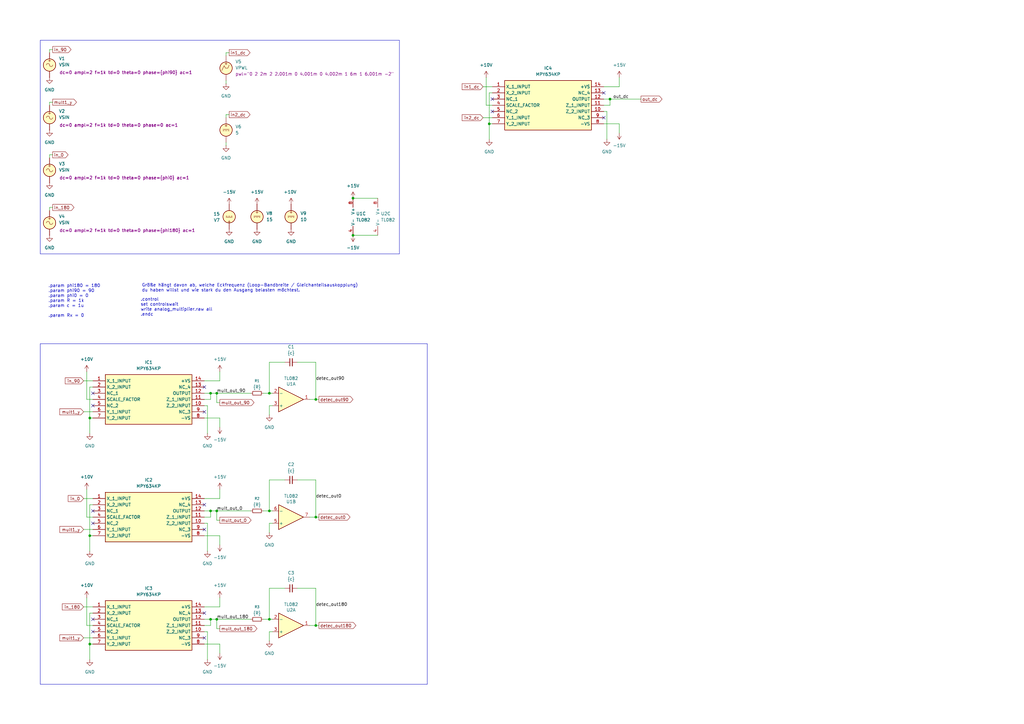
<source format=kicad_sch>
(kicad_sch (version 20250114) (generator "eeschema") (generator_version "9.0")
  (paper "A3")
  (lib_symbols
    (symbol "Amplifier_Operational:TL082" (pin_names (offset 0.127))
      (property "Reference" "U" (at 0 5.08 0))
      (property "Value" "TL082" (at 0 -5.08 0))
      (symbol "TL082_1_1"
        (polyline (pts (xy -5.08 5.08) (xy 5.08 0) (xy -5.08 -5.08) (xy -5.08 5.08)) (stroke (width 0.254)) (fill (type background)))
        (pin input line (at -7.62 2.54 0) (length 2.54) (name "+") (number "3"))
        (pin input line (at -7.62 -2.54 0) (length 2.54) (name "-") (number "2"))
        (pin output line (at 7.62 0 180) (length 2.54) (name "~") (number "1"))
      )
      (symbol "TL082_2_1"
        (polyline (pts (xy -5.08 5.08) (xy 5.08 0) (xy -5.08 -5.08) (xy -5.08 5.08)) (stroke (width 0.254)) (fill (type background)))
        (pin input line (at -7.62 2.54 0) (length 2.54) (name "+") (number "5"))
        (pin input line (at -7.62 -2.54 0) (length 2.54) (name "-") (number "6"))
        (pin output line (at 7.62 0 180) (length 2.54) (name "~") (number "7"))
      )
      (symbol "TL082_3_1"
        (pin power_in line (at -2.54 7.62 270) (length 3.81) (name "V+") (number "8"))
        (pin power_in line (at -2.54 -7.62 90) (length 3.81) (name "V-") (number "4"))
      )
    )
    (symbol "BA_Footprints:MPY634KP"
      (property "Reference" "IC" (at 41.91 7.62 0))
      (property "Value" "MPY634KP" (at 41.91 5.08 0))
      (symbol "MPY634KP_1_1"
        (rectangle (start 5.08 2.54) (end 40.64 -17.78) (stroke (width 0.254)) (fill (type background)))
        (pin passive line (at 0 0 0) (length 5.08) (name "X_1_INPUT") (number "1"))
        (pin passive line (at 0 -2.54 0) (length 5.08) (name "X_2_INPUT") (number "2"))
        (pin passive line (at 0 -5.08 0) (length 5.08) (name "NC_1") (number "3"))
        (pin passive line (at 0 -7.62 0) (length 5.08) (name "SCALE_FACTOR") (number "4"))
        (pin passive line (at 0 -10.16 0) (length 5.08) (name "NC_2") (number "5"))
        (pin passive line (at 0 -12.7 0) (length 5.08) (name "Y_1_INPUT") (number "6"))
        (pin passive line (at 0 -15.24 0) (length 5.08) (name "Y_2_INPUT") (number "7"))
        (pin passive line (at 45.72 0 180) (length 5.08) (name "+VS") (number "14"))
        (pin passive line (at 45.72 -2.54 180) (length 5.08) (name "NC_4") (number "13"))
        (pin passive line (at 45.72 -5.08 180) (length 5.08) (name "OUTPUT") (number "12"))
        (pin passive line (at 45.72 -7.62 180) (length 5.08) (name "Z_1_INPUT") (number "11"))
        (pin passive line (at 45.72 -10.16 180) (length 5.08) (name "Z_2_INPUT") (number "10"))
        (pin passive line (at 45.72 -12.7 180) (length 5.08) (name "NC_3") (number "9"))
        (pin passive line (at 45.72 -15.24 180) (length 5.08) (name "-VS") (number "8"))
      )
    )
    (symbol "Device:C_Small" (pin_numbers (hide yes)) (pin_names (offset 0.254) (hide yes))
      (property "Reference" "C" (at 0.254 1.778 0))
      (property "Value" "C_Small" (at 0.254 -2.032 0))
      (symbol "C_Small_0_1"
        (polyline (pts (xy -1.524 0.508) (xy 1.524 0.508)) (stroke (width 0.3048)))
        (polyline (pts (xy -1.524 -0.508) (xy 1.524 -0.508)) (stroke (width 0.3302)))
      )
      (symbol "C_Small_1_1"
        (pin passive line (at 0 2.54 270) (length 2.032) (name "~") (number "1"))
        (pin passive line (at 0 -2.54 90) (length 2.032) (name "~") (number "2"))
      )
    )
    (symbol "Device:R_Small" (pin_numbers (hide yes)) (pin_names (offset 0.254) (hide yes))
      (property "Reference" "R" (at 0 0 90))
      (property "Value" "R_Small" (at 1.778 0 90))
      (symbol "R_Small_0_1"
        (rectangle (start -0.762 1.778) (end 0.762 -1.778) (stroke (width 0.2032)))
      )
      (symbol "R_Small_1_1"
        (pin passive line (at 0 2.54 270) (length 0.762) (name "~") (number "1"))
        (pin passive line (at 0 -2.54 90) (length 0.762) (name "~") (number "2"))
      )
    )
    (symbol "Simulation_SPICE:VDC" (pin_numbers (hide yes)) (pin_names (offset 0.0254))
      (property "Reference" "V" (at 2.54 2.54 0))
      (property "Value" "1" (at 2.54 0 0))
      (symbol "VDC_0_0"
        (polyline (pts (xy -1.27 0.254) (xy 1.27 0.254)))
        (polyline (pts (xy -0.762 -0.254) (xy -1.27 -0.254)))
        (polyline (pts (xy 0.254 -0.254) (xy -0.254 -0.254)))
        (polyline (pts (xy 1.27 -0.254) (xy 0.762 -0.254)))
        (text "+" (at 0 1.905 0) (effects (font (size 1.27 1.27))))
      )
      (symbol "VDC_0_1"
        (circle (center 0 0) (radius 2.54) (stroke (width 0.254)) (fill (type background)))
      )
      (symbol "VDC_1_1"
        (pin passive line (at 0 5.08 270) (length 2.54) (name "~") (number "1"))
        (pin passive line (at 0 -5.08 90) (length 2.54) (name "~") (number "2"))
      )
    )
    (symbol "Simulation_SPICE:VPWL" (pin_numbers (hide yes)) (pin_names (offset 0.0254))
      (property "Reference" "V" (at 2.54 2.54 0))
      (property "Value" "VPWL" (at 2.54 0 0))
      (property "Sim.Params" "pwl=\"0 -1 50n -1 51n 0 97n 1 171n -1 200n -1\"" (at 2.54 -2.54 0))
      (symbol "VPWL_0_0"
        (polyline (pts (xy -1.778 -1.016) (xy -0.762 1.016) (xy -0.254 0) (xy 0.762 0) (xy 1.27 1.27)))
        (text "+" (at 0 1.905 0) (effects (font (size 1.27 1.27))))
      )
      (symbol "VPWL_0_1"
        (circle (center 0 0) (radius 2.54) (stroke (width 0.254)) (fill (type background)))
      )
      (symbol "VPWL_1_1"
        (pin passive line (at 0 5.08 270) (length 2.54) (name "~") (number "1"))
        (pin passive line (at 0 -5.08 90) (length 2.54) (name "~") (number "2"))
      )
    )
    (symbol "Simulation_SPICE:VSIN" (pin_numbers (hide yes)) (pin_names (offset 0.0254))
      (property "Reference" "V" (at 2.54 2.54 0))
      (property "Value" "VSIN" (at 2.54 0 0))
      (property "Sim.Params" "dc=0 ampl=1 f=1k ac=1" (at 2.54 -2.54 0))
      (symbol "VSIN_0_0"
        (arc (start -1.27 0) (mid -0.635 0.6323) (end 0 0))
        (arc (start 1.27 0) (mid 0.635 -0.6323) (end 0 0))
        (text "+" (at 0 1.905 0) (effects (font (size 1.27 1.27))))
      )
      (symbol "VSIN_0_1"
        (circle (center 0 0) (radius 2.54) (stroke (width 0.254)) (fill (type background)))
      )
      (symbol "VSIN_1_1"
        (pin passive line (at 0 5.08 270) (length 2.54) (name "~") (number "1"))
        (pin passive line (at 0 -5.08 90) (length 2.54) (name "~") (number "2"))
      )
    )
    (symbol "power:+15V" (power) (pin_numbers (hide yes)) (pin_names (offset 0) (hide yes))
      (property "Value" "+15V" (at 0 3.556 0))
      (symbol "+15V_0_1"
        (polyline (pts (xy -0.762 1.27) (xy 0 2.54)))
        (polyline (pts (xy 0 2.54) (xy 0.762 1.27)))
        (polyline (pts (xy 0 0) (xy 0 2.54)))
      )
      (symbol "+15V_1_1"
        (pin power_in line (at 0 0 90) (length 0) (name "~") (number "1"))
      )
    )
    (symbol "power:GND" (power) (pin_numbers (hide yes)) (pin_names (offset 0) (hide yes))
      (property "Value" "GND" (at 0 -3.81 0))
      (symbol "GND_0_1"
        (polyline (pts (xy 0 0) (xy 0 -1.27) (xy 1.27 -1.27) (xy 0 -2.54) (xy -1.27 -1.27) (xy 0 -1.27)))
      )
      (symbol "GND_1_1"
        (pin power_in line (at 0 0 270) (length 0) (name "~") (number "1"))
      )
    )
  )
  (rectangle (start 16.51 140.97) (end 175.26 280.67))
  (rectangle (start 16.51 16.51) (end 163.83 104.14))
  (text ".param phi180 = 180\n.param phi90 = 90\n.param phi0 = 0\n.param R = 1k\n.param c = 1u" (at 19.812 121.412 0) (effects (font (size 1.27 1.27)) (justify left)))
  (text ".param Rx = 0\n\n\n" (at 19.812 131.572 0) (effects (font (size 1.27 1.27)) (justify left)))
  (text ".control\nset controlswait\nwrite analog_multiplier.raw all\n.endc" (at 57.658 125.984 0) (effects (font (size 1.27 1.27)) (justify left)))
  (text "Größe hängt davon ab, welche Eckfrequenz (Loop-Bandbreite / Gleichanteils­auskopplung) \ndu haben willst und wie stark du den Ausgang belasten möchtest." (exclude_from_sim yes) (at 58.166 118.11 0) (effects (font (size 1.27 1.27)) (justify left)))
  (junction (at 36.83 171.45))
  (junction (at 88.9 161.29))
  (junction (at 86.36 254))
  (junction (at 144.78 81.28))
  (junction (at 129.54 256.54))
  (junction (at 200.66 50.8))
  (junction (at 144.78 96.52))
  (junction (at 88.9 254))
  (junction (at 129.54 212.09))
  (junction (at 110.49 209.55))
  (junction (at 88.9 209.55))
  (junction (at 36.83 219.71))
  (junction (at 110.49 161.29))
  (junction (at 110.49 254))
  (junction (at 250.19 40.64))
  (junction (at 86.36 209.55))
  (junction (at 36.83 264.16))
  (junction (at 86.36 161.29))
  (junction (at 129.54 163.83))
  (no_connect (at 38.1 259.08))
  (no_connect (at 38.1 254))
  (no_connect (at 83.82 168.91))
  (no_connect (at 247.65 48.26))
  (no_connect (at 83.82 158.75))
  (no_connect (at 38.1 161.29))
  (no_connect (at 201.93 40.64))
  (no_connect (at 38.1 166.37))
  (no_connect (at 247.65 38.1))
  (no_connect (at 38.1 209.55))
  (no_connect (at 83.82 217.17))
  (no_connect (at 38.1 214.63))
  (no_connect (at 83.82 251.46))
  (no_connect (at 83.82 261.62))
  (no_connect (at 83.82 207.01))
  (no_connect (at 201.93 45.72))
  (wire (pts (xy 129.54 241.3) (xy 129.54 256.54)))
  (wire (pts (xy 83.82 214.63) (xy 85.09 214.63)))
  (wire (pts (xy 38.1 158.75) (xy 36.83 158.75)))
  (wire (pts (xy 110.49 166.37) (xy 110.49 170.18)))
  (wire (pts (xy 111.76 166.37) (xy 110.49 166.37)))
  (wire (pts (xy 250.19 40.64) (xy 262.89 40.64)))
  (wire (pts (xy 83.82 163.83) (xy 86.36 163.83)))
  (wire (pts (xy 85.09 259.08) (xy 85.09 270.51)))
  (wire (pts (xy 199.39 31.75) (xy 199.39 43.18)))
  (wire (pts (xy 129.54 256.54) (xy 127 256.54)))
  (wire (pts (xy 21.59 20.32) (xy 20.32 20.32)))
  (wire (pts (xy 200.66 50.8) (xy 201.93 50.8)))
  (wire (pts (xy 110.49 148.59) (xy 110.49 161.29)))
  (wire (pts (xy 83.82 259.08) (xy 85.09 259.08)))
  (wire (pts (xy 34.29 248.92) (xy 38.1 248.92)))
  (wire (pts (xy 21.59 41.91) (xy 20.32 41.91)))
  (wire (pts (xy 90.17 223.52) (xy 90.17 219.71)))
  (wire (pts (xy 88.9 254) (xy 102.87 254)))
  (wire (pts (xy 116.84 241.3) (xy 110.49 241.3)))
  (wire (pts (xy 92.71 34.29) (xy 92.71 33.02)))
  (wire (pts (xy 247.65 45.72) (xy 248.92 45.72)))
  (wire (pts (xy 90.17 257.81) (xy 88.9 257.81)))
  (wire (pts (xy 129.54 148.59) (xy 129.54 163.83)))
  (wire (pts (xy 88.9 161.29) (xy 102.87 161.29)))
  (wire (pts (xy 34.29 204.47) (xy 38.1 204.47)))
  (wire (pts (xy 83.82 161.29) (xy 86.36 161.29)))
  (wire (pts (xy 90.17 245.11) (xy 90.17 248.92)))
  (wire (pts (xy 121.92 148.59) (xy 129.54 148.59)))
  (wire (pts (xy 90.17 165.1) (xy 88.9 165.1)))
  (wire (pts (xy 88.9 165.1) (xy 88.9 161.29)))
  (wire (pts (xy 129.54 212.09) (xy 130.81 212.09)))
  (wire (pts (xy 90.17 175.26) (xy 90.17 171.45)))
  (wire (pts (xy 248.92 45.72) (xy 248.92 57.15)))
  (wire (pts (xy 90.17 156.21) (xy 83.82 156.21)))
  (wire (pts (xy 200.66 50.8) (xy 200.66 57.15)))
  (wire (pts (xy 34.29 168.91) (xy 38.1 168.91)))
  (wire (pts (xy 88.9 257.81) (xy 88.9 254)))
  (wire (pts (xy 129.54 163.83) (xy 130.81 163.83)))
  (wire (pts (xy 83.82 256.54) (xy 86.36 256.54)))
  (wire (pts (xy 129.54 196.85) (xy 129.54 212.09)))
  (wire (pts (xy 90.17 267.97) (xy 90.17 264.16)))
  (wire (pts (xy 83.82 166.37) (xy 85.09 166.37)))
  (wire (pts (xy 107.95 161.29) (xy 110.49 161.29)))
  (wire (pts (xy 199.39 43.18) (xy 201.93 43.18)))
  (wire (pts (xy 85.09 214.63) (xy 85.09 226.06)))
  (wire (pts (xy 85.09 166.37) (xy 85.09 177.8)))
  (wire (pts (xy 110.49 214.63) (xy 110.49 218.44)))
  (wire (pts (xy 121.92 241.3) (xy 129.54 241.3)))
  (wire (pts (xy 86.36 256.54) (xy 86.36 254)))
  (wire (pts (xy 88.9 209.55) (xy 102.87 209.55)))
  (wire (pts (xy 35.56 163.83) (xy 38.1 163.83)))
  (wire (pts (xy 35.56 256.54) (xy 38.1 256.54)))
  (wire (pts (xy 36.83 264.16) (xy 38.1 264.16)))
  (wire (pts (xy 110.49 209.55) (xy 111.76 209.55)))
  (wire (pts (xy 111.76 259.08) (xy 110.49 259.08)))
  (wire (pts (xy 254 50.8) (xy 247.65 50.8)))
  (wire (pts (xy 110.49 196.85) (xy 110.49 209.55)))
  (wire (pts (xy 110.49 241.3) (xy 110.49 254)))
  (wire (pts (xy 20.32 63.5) (xy 20.32 64.77)))
  (wire (pts (xy 107.95 209.55) (xy 110.49 209.55)))
  (wire (pts (xy 116.84 196.85) (xy 110.49 196.85)))
  (wire (pts (xy 20.32 41.91) (xy 20.32 43.18)))
  (wire (pts (xy 247.65 40.64) (xy 250.19 40.64)))
  (wire (pts (xy 34.29 217.17) (xy 38.1 217.17)))
  (wire (pts (xy 90.17 219.71) (xy 83.82 219.71)))
  (wire (pts (xy 110.49 259.08) (xy 110.49 262.89)))
  (wire (pts (xy 35.56 212.09) (xy 38.1 212.09)))
  (wire (pts (xy 129.54 256.54) (xy 130.81 256.54)))
  (wire (pts (xy 86.36 209.55) (xy 88.9 209.55)))
  (wire (pts (xy 129.54 163.83) (xy 127 163.83)))
  (wire (pts (xy 83.82 254) (xy 86.36 254)))
  (wire (pts (xy 36.83 264.16) (xy 36.83 270.51)))
  (wire (pts (xy 35.56 200.66) (xy 35.56 212.09)))
  (wire (pts (xy 92.71 21.59) (xy 92.71 22.86)))
  (wire (pts (xy 92.71 46.99) (xy 92.71 48.26)))
  (wire (pts (xy 86.36 163.83) (xy 86.36 161.29)))
  (wire (pts (xy 200.66 38.1) (xy 200.66 50.8)))
  (wire (pts (xy 121.92 196.85) (xy 129.54 196.85)))
  (wire (pts (xy 21.59 85.09) (xy 20.32 85.09)))
  (wire (pts (xy 129.54 212.09) (xy 127 212.09)))
  (wire (pts (xy 250.19 43.18) (xy 250.19 40.64)))
  (wire (pts (xy 83.82 212.09) (xy 86.36 212.09)))
  (wire (pts (xy 254 31.75) (xy 254 35.56)))
  (wire (pts (xy 21.59 63.5) (xy 20.32 63.5)))
  (wire (pts (xy 20.32 85.09) (xy 20.32 86.36)))
  (wire (pts (xy 90.17 264.16) (xy 83.82 264.16)))
  (wire (pts (xy 38.1 207.01) (xy 36.83 207.01)))
  (wire (pts (xy 247.65 43.18) (xy 250.19 43.18)))
  (wire (pts (xy 36.83 158.75) (xy 36.83 171.45)))
  (wire (pts (xy 86.36 212.09) (xy 86.36 209.55)))
  (wire (pts (xy 35.56 152.4) (xy 35.56 163.83)))
  (wire (pts (xy 90.17 204.47) (xy 83.82 204.47)))
  (wire (pts (xy 90.17 213.36) (xy 88.9 213.36)))
  (wire (pts (xy 110.49 161.29) (xy 111.76 161.29)))
  (wire (pts (xy 88.9 213.36) (xy 88.9 209.55)))
  (wire (pts (xy 93.98 46.99) (xy 92.71 46.99)))
  (wire (pts (xy 90.17 152.4) (xy 90.17 156.21)))
  (wire (pts (xy 36.83 171.45) (xy 38.1 171.45)))
  (wire (pts (xy 83.82 209.55) (xy 86.36 209.55)))
  (wire (pts (xy 198.12 48.26) (xy 201.93 48.26)))
  (wire (pts (xy 107.95 254) (xy 110.49 254)))
  (wire (pts (xy 90.17 248.92) (xy 83.82 248.92)))
  (wire (pts (xy 92.71 59.69) (xy 92.71 58.42)))
  (wire (pts (xy 116.84 148.59) (xy 110.49 148.59)))
  (wire (pts (xy 144.78 81.28) (xy 154.94 81.28)))
  (wire (pts (xy 110.49 254) (xy 111.76 254)))
  (wire (pts (xy 90.17 171.45) (xy 83.82 171.45)))
  (wire (pts (xy 36.83 219.71) (xy 38.1 219.71)))
  (wire (pts (xy 34.29 261.62) (xy 38.1 261.62)))
  (wire (pts (xy 93.98 21.59) (xy 92.71 21.59)))
  (wire (pts (xy 201.93 38.1) (xy 200.66 38.1)))
  (wire (pts (xy 254 35.56) (xy 247.65 35.56)))
  (wire (pts (xy 254 54.61) (xy 254 50.8)))
  (wire (pts (xy 111.76 214.63) (xy 110.49 214.63)))
  (wire (pts (xy 198.12 35.56) (xy 201.93 35.56)))
  (wire (pts (xy 86.36 161.29) (xy 88.9 161.29)))
  (wire (pts (xy 34.29 156.21) (xy 38.1 156.21)))
  (wire (pts (xy 35.56 245.11) (xy 35.56 256.54)))
  (wire (pts (xy 86.36 254) (xy 88.9 254)))
  (wire (pts (xy 90.17 200.66) (xy 90.17 204.47)))
  (wire (pts (xy 36.83 207.01) (xy 36.83 219.71)))
  (wire (pts (xy 36.83 219.71) (xy 36.83 226.06)))
  (wire (pts (xy 38.1 251.46) (xy 36.83 251.46)))
  (wire (pts (xy 36.83 171.45) (xy 36.83 177.8)))
  (wire (pts (xy 36.83 251.46) (xy 36.83 264.16)))
  (wire (pts (xy 144.78 96.52) (xy 154.94 96.52)))
  (wire (pts (xy 20.32 20.32) (xy 20.32 21.59)))
  (label "detec_out180" (at 129.54 248.92 0))
  (label "detec_out0" (at 129.54 204.47 0))
  (label "detec_out90" (at 129.54 156.21 0))
  (label "mult_out_90" (at 88.9 161.29 0))
  (label "mult_out_0" (at 88.9 209.55 0))
  (label "mult_out_180" (at 88.9 254 0))
  (label "out_dc" (at 251.46 40.64 0))
  (global_label "in_180" (shape output) (at 21.59 85.09 0) (property "Intersheetrefs" "${INTERSHEET_REFS}" (effects (hide yes))))
  (global_label "in_90" (shape input) (at 34.29 156.21 180) (property "Intersheetrefs" "${INTERSHEET_REFS}" (effects (hide yes))))
  (global_label "in_180" (shape input) (at 34.29 248.92 180) (property "Intersheetrefs" "${INTERSHEET_REFS}" (effects (hide yes))))
  (global_label "in_90" (shape output) (at 21.59 20.32 0) (property "Intersheetrefs" "${INTERSHEET_REFS}" (effects (hide yes))))
  (global_label "detec_out90" (shape output) (at 130.81 163.83 0) (property "Intersheetrefs" "${INTERSHEET_REFS}" (effects (hide yes))))
  (global_label "mult_out_180" (shape output) (at 90.17 257.81 0) (property "Intersheetrefs" "${INTERSHEET_REFS}" (effects (hide yes))))
  (global_label "mult_out_90" (shape output) (at 90.17 165.1 0) (property "Intersheetrefs" "${INTERSHEET_REFS}" (effects (hide yes))))
  (global_label "in_0" (shape output) (at 21.59 63.5 0) (property "Intersheetrefs" "${INTERSHEET_REFS}" (effects (hide yes))))
  (global_label "in1_dc" (shape input) (at 198.12 35.56 180) (property "Intersheetrefs" "${INTERSHEET_REFS}" (effects (hide yes))))
  (global_label "detec_out180" (shape output) (at 130.81 256.54 0) (property "Intersheetrefs" "${INTERSHEET_REFS}" (effects (hide yes))))
  (global_label "in2_dc" (shape output) (at 93.98 46.99 0) (property "Intersheetrefs" "${INTERSHEET_REFS}" (effects (hide yes))))
  (global_label "mult1_y" (shape input) (at 34.29 217.17 180) (property "Intersheetrefs" "${INTERSHEET_REFS}" (effects (hide yes))))
  (global_label "in1_dc" (shape output) (at 93.98 21.59 0) (property "Intersheetrefs" "${INTERSHEET_REFS}" (effects (hide yes))))
  (global_label "mult1_y" (shape input) (at 34.29 168.91 180) (property "Intersheetrefs" "${INTERSHEET_REFS}" (effects (hide yes))))
  (global_label "mult1_y" (shape input) (at 34.29 261.62 180) (property "Intersheetrefs" "${INTERSHEET_REFS}" (effects (hide yes))))
  (global_label "mult1_y" (shape output) (at 21.59 41.91 0) (property "Intersheetrefs" "${INTERSHEET_REFS}" (effects (hide yes))))
  (global_label "out_dc" (shape output) (at 262.89 40.64 0) (property "Intersheetrefs" "${INTERSHEET_REFS}" (effects (hide yes))))
  (global_label "detec_out0" (shape output) (at 130.81 212.09 0) (property "Intersheetrefs" "${INTERSHEET_REFS}" (effects (hide yes))))
  (global_label "mult_out_0" (shape output) (at 90.17 213.36 0) (property "Intersheetrefs" "${INTERSHEET_REFS}" (effects (hide yes))))
  (global_label "in_0" (shape input) (at 34.29 204.47 180) (property "Intersheetrefs" "${INTERSHEET_REFS}" (effects (hide yes))))
  (global_label "in2_dc" (shape input) (at 198.12 48.26 180) (property "Intersheetrefs" "${INTERSHEET_REFS}" (effects (hide yes))))
  (symbol (lib_id "Simulation_SPICE:VPWL") (at 92.71 27.94 0) (unit 1)
    (property "Reference" "V5" (at 96.52 25.2701 0) (effects (justify left)))
    (property "Value" "VPWL" (at 96.52 27.8101 0) (effects (justify left)))
    (property "Datasheet" "https://ngspice.sourceforge.io/docs/ngspice-html-manual/manual.xhtml#sec_Independent_Sources_for" (effects (hide yes)))
    (property "Description" "Voltage source, piece-wise linear" (effects (hide yes)))
    (property "Sim.Pins" "1=+ 2=-" (effects (hide yes)))
    (property "Sim.Device" "V" (effects (hide yes)))
    (property "Sim.Params" "pwl=\"0 2 2m 2 2.001m 0 4.001m 0 4.002m 1 6m 1 6.001m -2\"" (at 96.52 30.3501 0) (effects (justify left)))
    (property "Sim.Type" "PWL" (effects (hide yes)))
  )
  (symbol (lib_id "Device:R_Small") (at 105.41 209.55 90) (unit 1)
    (property "Reference" "R2" (at 105.41 204.47 90) (effects (font (size 1.016 1.016))))
    (property "Value" "{R}" (at 105.41 207.01 90))
    (property "Footprint" "000_Footprints:Resistor" (effects (hide yes)))
    (property "Description" "Resistor, small symbol" (effects (hide yes)))
  )
  (symbol (lib_id "power:GND") (at 36.83 270.51 0) (unit 1)
    (property "Reference" "#PWR010" (effects (hide yes)))
    (property "Value" "GND" (at 36.83 275.59 0))
    (property "Description" "Power symbol creates a global label with name \"GND\" , ground" (effects (hide yes)))
  )
  (symbol (lib_id "Device:R_Small") (at 105.41 161.29 90) (unit 1)
    (property "Reference" "R1" (at 105.41 156.21 90) (effects (font (size 1.016 1.016))))
    (property "Value" "{R}" (at 105.41 158.75 90))
    (property "Footprint" "000_Footprints:Resistor" (effects (hide yes)))
    (property "Description" "Resistor, small symbol" (effects (hide yes)))
  )
  (symbol (lib_id "Simulation_SPICE:VSIN") (at 20.32 26.67 0) (unit 1)
    (property "Reference" "V1" (at 24.13 24.0001 0) (effects (justify left)))
    (property "Value" "VSIN" (at 24.13 26.5401 0) (effects (justify left)))
    (property "Datasheet" "https://ngspice.sourceforge.io/docs/ngspice-html-manual/manual.xhtml#sec_Independent_Sources_for" (effects (hide yes)))
    (property "Description" "Voltage source, sinusoidal" (effects (hide yes)))
    (property "Sim.Pins" "1=+ 2=-" (effects (hide yes)))
    (property "Sim.Params" "dc=0 ampl=2 f=1k td=0 theta=0 phase={phi90} ac=1" (at 24.384 29.718 0) (effects (justify left)))
    (property "Sim.Type" "SIN" (effects (hide yes)))
    (property "Sim.Device" "V" (effects (hide yes)))
  )
  (symbol (lib_id "power:GND") (at 200.66 57.15 0) (unit 1)
    (property "Reference" "#PWR034" (effects (hide yes)))
    (property "Value" "GND" (at 200.66 62.23 0))
    (property "Description" "Power symbol creates a global label with name \"GND\" , ground" (effects (hide yes)))
  )
  (symbol (lib_id "Simulation_SPICE:VSIN") (at 20.32 91.44 0) (unit 1)
    (property "Reference" "V4" (at 24.13 88.7701 0) (effects (justify left)))
    (property "Value" "VSIN" (at 24.13 91.3101 0) (effects (justify left)))
    (property "Datasheet" "https://ngspice.sourceforge.io/docs/ngspice-html-manual/manual.xhtml#sec_Independent_Sources_for" (effects (hide yes)))
    (property "Description" "Voltage source, sinusoidal" (effects (hide yes)))
    (property "Sim.Pins" "1=+ 2=-" (effects (hide yes)))
    (property "Sim.Params" "dc=0 ampl=2 f=1k td=0 theta=0 phase={phi180} ac=1" (at 24.384 94.488 0) (effects (justify left)))
    (property "Sim.Type" "SIN" (effects (hide yes)))
    (property "Sim.Device" "V" (effects (hide yes)))
  )
  (symbol (lib_id "power:GND") (at 85.09 270.51 0) (unit 1)
    (property "Reference" "#PWR013" (effects (hide yes)))
    (property "Value" "GND" (at 85.09 275.59 0))
    (property "Description" "Power symbol creates a global label with name \"GND\" , ground" (effects (hide yes)))
  )
  (symbol (lib_id "power:+15V") (at 35.56 245.11 0) (unit 1)
    (property "Reference" "#PWR07" (effects (hide yes)))
    (property "Value" "+10V" (at 35.56 240.03 0))
    (property "Description" "Power symbol creates a global label with name \"+15V\"" (effects (hide yes)))
  )
  (symbol (lib_id "BA_Footprints:MPY634KP") (at 201.93 35.56 0) (unit 1)
    (property "Reference" "IC4" (at 224.79 27.94 0))
    (property "Value" "MPY634KP" (at 224.79 30.48 0))
    (property "Footprint" "DIP794W53P254L1930H508Q14N" (effects (hide yes)))
    (property "Datasheet" "http://www.ti.com/lit/gpn/mpy634" (effects (hide yes)))
    (property "Description" "Wide Bandwidth Precision Analog Multiplier" (effects (hide yes)))
    (property "Height" "5.08" (effects (hide yes)))
    (property "Mouser Part Number" "595-MPY634KP" (effects (hide yes)))
    (property "Mouser Price/Stock" "https://www.mouser.co.uk/ProductDetail/Texas-Instruments/MPY634KP?qs=paYhMW8qfitgLgQ%252B%2FVQr7Q%3D%3D" (effects (hide yes)))
    (property "Manufacturer_Name" "Texas Instruments" (effects (hide yes)))
    (property "Manufacturer_Part_Number" "MPY634KP" (effects (hide yes)))
    (property "Sim.Library" "mpy634_tina.lib" (effects (hide yes)))
    (property "Sim.Name" "MPY634_behavioral" (effects (hide yes)))
    (property "Sim.Device" "SUBCKT" (effects (hide yes)))
    (property "Sim.Pins" "1=X1 2=X2 4=SF 6=Y1 7=Y2 8=-Vs 10=Z2 11=Z1 12=Out 14=+Vs" (effects (hide yes)))
  )
  (symbol (lib_id "power:+15V") (at 93.98 83.82 0) (unit 1)
    (property "Reference" "#PWR022" (effects (hide yes)))
    (property "Value" "-15V" (at 93.98 78.74 0))
    (property "Description" "Power symbol creates a global label with name \"+15V\"" (effects (hide yes)))
  )
  (symbol (lib_id "power:+15V") (at 144.78 96.52 180) (unit 1)
    (property "Reference" "#PWR032" (effects (hide yes)))
    (property "Value" "-15V" (at 144.78 101.6 0))
    (property "Description" "Power symbol creates a global label with name \"+15V\"" (effects (hide yes)))
  )
  (symbol (lib_id "power:GND") (at 93.98 93.98 0) (unit 1)
    (property "Reference" "#PWR023" (effects (hide yes)))
    (property "Value" "GND" (at 93.98 99.06 0))
    (property "Description" "Power symbol creates a global label with name \"GND\" , ground" (effects (hide yes)))
  )
  (symbol (lib_id "power:GND") (at 85.09 226.06 0) (unit 1)
    (property "Reference" "#PWR012" (effects (hide yes)))
    (property "Value" "GND" (at 85.09 231.14 0))
    (property "Description" "Power symbol creates a global label with name \"GND\" , ground" (effects (hide yes)))
  )
  (symbol (lib_id "power:GND") (at 92.71 34.29 0) (unit 1)
    (property "Reference" "#PWR014" (effects (hide yes)))
    (property "Value" "GND" (at 92.71 39.37 0))
    (property "Description" "Power symbol creates a global label with name \"GND\" , ground" (effects (hide yes)))
  )
  (symbol (lib_id "power:+15V") (at 105.41 83.82 0) (unit 1)
    (property "Reference" "#PWR024" (effects (hide yes)))
    (property "Value" "+15V" (at 105.41 78.74 0))
    (property "Description" "Power symbol creates a global label with name \"+15V\"" (effects (hide yes)))
  )
  (symbol (lib_id "power:+15V") (at 35.56 200.66 0) (unit 1)
    (property "Reference" "#PWR06" (effects (hide yes)))
    (property "Value" "+10V" (at 35.56 195.58 0))
    (property "Description" "Power symbol creates a global label with name \"+15V\"" (effects (hide yes)))
  )
  (symbol (lib_id "power:GND") (at 85.09 177.8 0) (unit 1)
    (property "Reference" "#PWR011" (effects (hide yes)))
    (property "Value" "GND" (at 85.09 182.88 0))
    (property "Description" "Power symbol creates a global label with name \"GND\" , ground" (effects (hide yes)))
  )
  (symbol (lib_id "Simulation_SPICE:VDC") (at 92.71 53.34 0) (unit 1)
    (property "Reference" "V6" (at 96.52 51.9401 0) (effects (justify left)))
    (property "Value" "5" (at 96.52 54.4801 0) (effects (justify left)))
    (property "Datasheet" "https://ngspice.sourceforge.io/docs/ngspice-html-manual/manual.xhtml#sec_Independent_Sources_for" (effects (hide yes)))
    (property "Description" "Voltage source, DC" (effects (hide yes)))
    (property "Sim.Pins" "1=+ 2=-" (effects (hide yes)))
    (property "Sim.Type" "DC" (effects (hide yes)))
    (property "Sim.Device" "V" (effects (hide yes)))
  )
  (symbol (lib_id "power:+15V") (at 90.17 245.11 0) (unit 1)
    (property "Reference" "#PWR020" (effects (hide yes)))
    (property "Value" "+15V" (at 90.17 240.03 0))
    (property "Description" "Power symbol creates a global label with name \"+15V\"" (effects (hide yes)))
  )
  (symbol (lib_id "Device:C_Small") (at 119.38 241.3 90) (unit 1)
    (property "Reference" "C3" (at 119.3863 234.95 90))
    (property "Value" "{c}" (at 119.3863 237.49 90))
    (property "Description" "Unpolarized capacitor, small symbol" (effects (hide yes)))
  )
  (symbol (lib_id "BA_Footprints:MPY634KP") (at 38.1 204.47 0) (unit 1)
    (property "Reference" "IC2" (at 60.96 196.85 0))
    (property "Value" "MPY634KP" (at 60.96 199.39 0))
    (property "Footprint" "DIP794W53P254L1930H508Q14N" (effects (hide yes)))
    (property "Datasheet" "http://www.ti.com/lit/gpn/mpy634" (effects (hide yes)))
    (property "Description" "Wide Bandwidth Precision Analog Multiplier" (effects (hide yes)))
    (property "Height" "5.08" (effects (hide yes)))
    (property "Mouser Part Number" "595-MPY634KP" (effects (hide yes)))
    (property "Mouser Price/Stock" "https://www.mouser.co.uk/ProductDetail/Texas-Instruments/MPY634KP?qs=paYhMW8qfitgLgQ%252B%2FVQr7Q%3D%3D" (effects (hide yes)))
    (property "Manufacturer_Name" "Texas Instruments" (effects (hide yes)))
    (property "Manufacturer_Part_Number" "MPY634KP" (effects (hide yes)))
    (property "Sim.Library" "mpy634_tina.lib" (effects (hide yes)))
    (property "Sim.Name" "MPY634_behavioral" (effects (hide yes)))
    (property "Sim.Device" "SUBCKT" (effects (hide yes)))
    (property "Sim.Pins" "1=X1 2=X2 4=SF 6=Y1 7=Y2 8=-Vs 10=Z2 11=Z1 12=Out 14=+Vs" (effects (hide yes)))
  )
  (symbol (lib_id "power:+15V") (at 254 31.75 0) (unit 1)
    (property "Reference" "#PWR036" (effects (hide yes)))
    (property "Value" "+15V" (at 254 26.67 0))
    (property "Description" "Power symbol creates a global label with name \"+15V\"" (effects (hide yes)))
  )
  (symbol (lib_id "power:GND") (at 20.32 31.75 0) (unit 1)
    (property "Reference" "#PWR01" (effects (hide yes)))
    (property "Value" "GND" (at 20.32 36.83 0))
    (property "Description" "Power symbol creates a global label with name \"GND\" , ground" (effects (hide yes)))
  )
  (symbol (lib_id "power:GND") (at 110.49 262.89 0) (unit 1)
    (property "Reference" "#PWR028" (effects (hide yes)))
    (property "Value" "GND" (at 110.49 267.97 0))
    (property "Description" "Power symbol creates a global label with name \"GND\" , ground" (effects (hide yes)))
  )
  (symbol (lib_id "Device:C_Small") (at 119.38 148.59 90) (unit 1)
    (property "Reference" "C1" (at 119.3863 142.24 90))
    (property "Value" "{c}" (at 119.3863 144.78 90))
    (property "Description" "Unpolarized capacitor, small symbol" (effects (hide yes)))
  )
  (symbol (lib_id "Simulation_SPICE:VDC") (at 93.98 88.9 180) (unit 1)
    (property "Reference" "V7" (at 90.17 90.2999 0) (effects (justify left)))
    (property "Value" "15" (at 90.17 87.7599 0) (effects (justify left)))
    (property "Datasheet" "https://ngspice.sourceforge.io/docs/ngspice-html-manual/manual.xhtml#sec_Independent_Sources_for" (effects (hide yes)))
    (property "Description" "Voltage source, DC" (effects (hide yes)))
    (property "Sim.Pins" "1=+ 2=-" (effects (hide yes)))
    (property "Sim.Type" "DC" (effects (hide yes)))
    (property "Sim.Device" "V" (effects (hide yes)))
  )
  (symbol (lib_id "Simulation_SPICE:VSIN") (at 20.32 69.85 0) (unit 1)
    (property "Reference" "V3" (at 24.13 67.1801 0) (effects (justify left)))
    (property "Value" "VSIN" (at 24.13 69.7201 0) (effects (justify left)))
    (property "Datasheet" "https://ngspice.sourceforge.io/docs/ngspice-html-manual/manual.xhtml#sec_Independent_Sources_for" (effects (hide yes)))
    (property "Description" "Voltage source, sinusoidal" (effects (hide yes)))
    (property "Sim.Pins" "1=+ 2=-" (effects (hide yes)))
    (property "Sim.Params" "dc=0 ampl=2 f=1k td=0 theta=0 phase={phi0} ac=1" (at 24.384 72.898 0) (effects (justify left)))
    (property "Sim.Type" "SIN" (effects (hide yes)))
    (property "Sim.Device" "V" (effects (hide yes)))
  )
  (symbol (lib_id "BA_Footprints:MPY634KP") (at 38.1 248.92 0) (unit 1)
    (property "Reference" "IC3" (at 60.96 241.3 0))
    (property "Value" "MPY634KP" (at 60.96 243.84 0))
    (property "Footprint" "DIP794W53P254L1930H508Q14N" (effects (hide yes)))
    (property "Datasheet" "http://www.ti.com/lit/gpn/mpy634" (effects (hide yes)))
    (property "Description" "Wide Bandwidth Precision Analog Multiplier" (effects (hide yes)))
    (property "Height" "5.08" (effects (hide yes)))
    (property "Mouser Part Number" "595-MPY634KP" (effects (hide yes)))
    (property "Mouser Price/Stock" "https://www.mouser.co.uk/ProductDetail/Texas-Instruments/MPY634KP?qs=paYhMW8qfitgLgQ%252B%2FVQr7Q%3D%3D" (effects (hide yes)))
    (property "Manufacturer_Name" "Texas Instruments" (effects (hide yes)))
    (property "Manufacturer_Part_Number" "MPY634KP" (effects (hide yes)))
    (property "Sim.Library" "mpy634_tina.lib" (effects (hide yes)))
    (property "Sim.Name" "MPY634_behavioral" (effects (hide yes)))
    (property "Sim.Device" "SUBCKT" (effects (hide yes)))
    (property "Sim.Pins" "1=X1 2=X2 4=SF 6=Y1 7=Y2 8=-Vs 10=Z2 11=Z1 12=Out 14=+Vs" (effects (hide yes)))
  )
  (symbol (lib_id "power:GND") (at 110.49 170.18 0) (unit 1)
    (property "Reference" "#PWR026" (effects (hide yes)))
    (property "Value" "GND" (at 110.49 175.26 0))
    (property "Description" "Power symbol creates a global label with name \"GND\" , ground" (effects (hide yes)))
  )
  (symbol (lib_id "power:+15V") (at 119.38 83.82 0) (unit 1)
    (property "Reference" "#PWR029" (effects (hide yes)))
    (property "Value" "+10V" (at 116.332 78.74 0) (effects (justify left)))
    (property "Description" "Power symbol creates a global label with name \"+15V\"" (effects (hide yes)))
  )
  (symbol (lib_id "power:+15V") (at 144.78 81.28 0) (unit 1)
    (property "Reference" "#PWR031" (effects (hide yes)))
    (property "Value" "+15V" (at 144.78 76.2 0))
    (property "Description" "Power symbol creates a global label with name \"+15V\"" (effects (hide yes)))
  )
  (symbol (lib_id "power:+15V") (at 90.17 200.66 0) (unit 1)
    (property "Reference" "#PWR018" (effects (hide yes)))
    (property "Value" "+15V" (at 90.17 195.58 0))
    (property "Description" "Power symbol creates a global label with name \"+15V\"" (effects (hide yes)))
  )
  (symbol (lib_id "Simulation_SPICE:VDC") (at 119.38 88.9 0) (unit 1)
    (property "Reference" "V9" (at 123.19 87.5001 0) (effects (justify left)))
    (property "Value" "10" (at 123.19 90.0401 0) (effects (justify left)))
    (property "Datasheet" "https://ngspice.sourceforge.io/docs/ngspice-html-manual/manual.xhtml#sec_Independent_Sources_for" (effects (hide yes)))
    (property "Description" "Voltage source, DC" (effects (hide yes)))
    (property "Sim.Pins" "1=+ 2=-" (effects (hide yes)))
    (property "Sim.Type" "DC" (effects (hide yes)))
    (property "Sim.Device" "V" (effects (hide yes)))
  )
  (symbol (lib_id "power:+15V") (at 35.56 152.4 0) (unit 1)
    (property "Reference" "#PWR05" (effects (hide yes)))
    (property "Value" "+10V" (at 35.56 147.32 0))
    (property "Description" "Power symbol creates a global label with name \"+15V\"" (effects (hide yes)))
  )
  (symbol (lib_id "Simulation_SPICE:VSIN") (at 20.32 48.26 0) (unit 1)
    (property "Reference" "V2" (at 24.13 45.5901 0) (effects (justify left)))
    (property "Value" "VSIN" (at 24.13 48.1301 0) (effects (justify left)))
    (property "Datasheet" "https://ngspice.sourceforge.io/docs/ngspice-html-manual/manual.xhtml#sec_Independent_Sources_for" (effects (hide yes)))
    (property "Description" "Voltage source, sinusoidal" (effects (hide yes)))
    (property "Sim.Pins" "1=+ 2=-" (effects (hide yes)))
    (property "Sim.Params" "dc=0 ampl=2 f=1k td=0 theta=0 phase=0 ac=1" (at 24.384 51.308 0) (effects (justify left)))
    (property "Sim.Type" "SIN" (effects (hide yes)))
    (property "Sim.Device" "V" (effects (hide yes)))
  )
  (symbol (lib_id "power:GND") (at 119.38 93.98 0) (unit 1)
    (property "Reference" "#PWR030" (effects (hide yes)))
    (property "Value" "GND" (at 119.38 99.06 0))
    (property "Description" "Power symbol creates a global label with name \"GND\" , ground" (effects (hide yes)))
  )
  (symbol (lib_id "power:GND") (at 36.83 226.06 0) (unit 1)
    (property "Reference" "#PWR09" (effects (hide yes)))
    (property "Value" "GND" (at 36.83 231.14 0))
    (property "Description" "Power symbol creates a global label with name \"GND\" , ground" (effects (hide yes)))
  )
  (symbol (lib_id "Amplifier_Operational:TL082") (at 119.38 163.83 0) (mirror x) (unit 1)
    (property "Reference" "U1" (at 119.38 157.48 0))
    (property "Value" "TL082" (at 119.38 155.194 0))
    (property "Footprint" "Package_DIP:CERDIP-8_W7.62mm_SideBrazed_LongPads_Socket" (effects (hide yes)))
    (property "Datasheet" "http://www.ti.com/lit/ds/symlink/tl081.pdf" (effects (hide yes)))
    (property "Description" "Dual JFET-Input Operational Amplifiers, DIP-8/SOIC-8/SSOP-8" (effects (hide yes)))
    (property "Sim.Library" "TL082-dual.lib" (effects (hide yes)))
    (property "Sim.Name" "TL082-dual" (effects (hide yes)))
    (property "Sim.Device" "SUBCKT" (effects (hide yes)))
    (property "Sim.Pins" "1=1out 2=1in- 3=1in+ 4=vcc- 5=2in+ 6=2in- 7=2out 8=vcc+" (effects (hide yes)))
  )
  (symbol (lib_id "Device:R_Small") (at 105.41 254 90) (unit 1)
    (property "Reference" "R3" (at 105.41 248.92 90) (effects (font (size 1.016 1.016))))
    (property "Value" "{R}" (at 105.41 251.46 90))
    (property "Footprint" "000_Footprints:Resistor" (effects (hide yes)))
    (property "Description" "Resistor, small symbol" (effects (hide yes)))
  )
  (symbol (lib_id "power:GND") (at 110.49 218.44 0) (unit 1)
    (property "Reference" "#PWR027" (effects (hide yes)))
    (property "Value" "GND" (at 110.49 223.52 0))
    (property "Description" "Power symbol creates a global label with name \"GND\" , ground" (effects (hide yes)))
  )
  (symbol (lib_id "power:GND") (at 248.92 57.15 0) (unit 1)
    (property "Reference" "#PWR035" (effects (hide yes)))
    (property "Value" "GND" (at 248.92 62.23 0))
    (property "Description" "Power symbol creates a global label with name \"GND\" , ground" (effects (hide yes)))
  )
  (symbol (lib_id "Simulation_SPICE:VDC") (at 105.41 88.9 0) (unit 1)
    (property "Reference" "V8" (at 109.22 87.5001 0) (effects (justify left)))
    (property "Value" "15" (at 109.22 90.0401 0) (effects (justify left)))
    (property "Datasheet" "https://ngspice.sourceforge.io/docs/ngspice-html-manual/manual.xhtml#sec_Independent_Sources_for" (effects (hide yes)))
    (property "Description" "Voltage source, DC" (effects (hide yes)))
    (property "Sim.Pins" "1=+ 2=-" (effects (hide yes)))
    (property "Sim.Type" "DC" (effects (hide yes)))
    (property "Sim.Device" "V" (effects (hide yes)))
  )
  (symbol (lib_id "Amplifier_Operational:TL082") (at 119.38 256.54 0) (mirror x) (unit 1)
    (property "Reference" "U2" (at 119.38 250.19 0))
    (property "Value" "TL082" (at 119.38 247.904 0))
    (property "Footprint" "Package_DIP:CERDIP-8_W7.62mm_SideBrazed_LongPads_Socket" (effects (hide yes)))
    (property "Datasheet" "http://www.ti.com/lit/ds/symlink/tl081.pdf" (effects (hide yes)))
    (property "Description" "Dual JFET-Input Operational Amplifiers, DIP-8/SOIC-8/SSOP-8" (effects (hide yes)))
    (property "Sim.Library" "TL082-dual.lib" (effects (hide yes)))
    (property "Sim.Name" "TL082-dual" (effects (hide yes)))
    (property "Sim.Device" "SUBCKT" (effects (hide yes)))
    (property "Sim.Pins" "1=1out 2=1in- 3=1in+ 4=vcc- 5=2in+ 6=2in- 7=2out 8=vcc+" (effects (hide yes)))
  )
  (symbol (lib_id "power:+15V") (at 254 54.61 180) (unit 1)
    (property "Reference" "#PWR037" (effects (hide yes)))
    (property "Value" "-15V" (at 254 59.69 0))
    (property "Description" "Power symbol creates a global label with name \"+15V\"" (effects (hide yes)))
  )
  (symbol (lib_id "power:GND") (at 20.32 74.93 0) (unit 1)
    (property "Reference" "#PWR03" (effects (hide yes)))
    (property "Value" "GND" (at 20.32 80.01 0))
    (property "Description" "Power symbol creates a global label with name \"GND\" , ground" (effects (hide yes)))
  )
  (symbol (lib_id "Amplifier_Operational:TL082") (at 147.32 88.9 0) (unit 3)
    (property "Reference" "U1" (at 146.05 87.6299 0) (effects (justify left)))
    (property "Value" "TL082" (at 146.05 90.1699 0) (effects (justify left)))
    (property "Footprint" "Package_DIP:CERDIP-8_W7.62mm_SideBrazed_LongPads_Socket" (effects (hide yes)))
    (property "Datasheet" "http://www.ti.com/lit/ds/symlink/tl081.pdf" (effects (hide yes)))
    (property "Description" "Dual JFET-Input Operational Amplifiers, DIP-8/SOIC-8/SSOP-8" (effects (hide yes)))
    (property "Sim.Library" "TL082-dual.lib" (effects (hide yes)))
    (property "Sim.Name" "TL082-dual" (effects (hide yes)))
    (property "Sim.Device" "SUBCKT" (effects (hide yes)))
    (property "Sim.Pins" "1=1out 2=1in- 3=1in+ 4=vcc- 5=2in+ 6=2in- 7=2out 8=vcc+" (effects (hide yes)))
  )
  (symbol (lib_id "Amplifier_Operational:TL082") (at 157.48 88.9 0) (unit 3)
    (property "Reference" "U2" (at 156.21 87.6299 0) (effects (justify left)))
    (property "Value" "TL082" (at 156.21 90.1699 0) (effects (justify left)))
    (property "Footprint" "Package_DIP:CERDIP-8_W7.62mm_SideBrazed_LongPads_Socket" (effects (hide yes)))
    (property "Datasheet" "http://www.ti.com/lit/ds/symlink/tl081.pdf" (effects (hide yes)))
    (property "Description" "Dual JFET-Input Operational Amplifiers, DIP-8/SOIC-8/SSOP-8" (effects (hide yes)))
    (property "Sim.Library" "TL082-dual.lib" (effects (hide yes)))
    (property "Sim.Name" "TL082-dual" (effects (hide yes)))
    (property "Sim.Device" "SUBCKT" (effects (hide yes)))
    (property "Sim.Pins" "1=1out 2=1in- 3=1in+ 4=vcc- 5=2in+ 6=2in- 7=2out 8=vcc+" (effects (hide yes)))
  )
  (symbol (lib_id "power:GND") (at 20.32 53.34 0) (unit 1)
    (property "Reference" "#PWR02" (effects (hide yes)))
    (property "Value" "GND" (at 20.32 58.42 0))
    (property "Description" "Power symbol creates a global label with name \"GND\" , ground" (effects (hide yes)))
  )
  (symbol (lib_id "BA_Footprints:MPY634KP") (at 38.1 156.21 0) (unit 1)
    (property "Reference" "IC1" (at 60.96 148.59 0))
    (property "Value" "MPY634KP" (at 60.96 151.13 0))
    (property "Footprint" "DIP794W53P254L1930H508Q14N" (effects (hide yes)))
    (property "Datasheet" "http://www.ti.com/lit/gpn/mpy634" (effects (hide yes)))
    (property "Description" "Wide Bandwidth Precision Analog Multiplier" (effects (hide yes)))
    (property "Height" "5.08" (effects (hide yes)))
    (property "Mouser Part Number" "595-MPY634KP" (effects (hide yes)))
    (property "Mouser Price/Stock" "https://www.mouser.co.uk/ProductDetail/Texas-Instruments/MPY634KP?qs=paYhMW8qfitgLgQ%252B%2FVQr7Q%3D%3D" (effects (hide yes)))
    (property "Manufacturer_Name" "Texas Instruments" (effects (hide yes)))
    (property "Manufacturer_Part_Number" "MPY634KP" (effects (hide yes)))
    (property "Sim.Library" "mpy634_tina.lib" (effects (hide yes)))
    (property "Sim.Name" "MPY634_behavioral" (effects (hide yes)))
    (property "Sim.Device" "SUBCKT" (effects (hide yes)))
    (property "Sim.Pins" "1=X1 2=X2 4=SF 6=Y1 7=Y2 8=-Vs 10=Z2 11=Z1 12=Out 14=+Vs" (effects (hide yes)))
  )
  (symbol (lib_id "power:+15V") (at 90.17 175.26 180) (unit 1)
    (property "Reference" "#PWR017" (effects (hide yes)))
    (property "Value" "-15V" (at 90.17 180.34 0))
    (property "Description" "Power symbol creates a global label with name \"+15V\"" (effects (hide yes)))
  )
  (symbol (lib_id "Device:C_Small") (at 119.38 196.85 90) (unit 1)
    (property "Reference" "C2" (at 119.3863 190.5 90))
    (property "Value" "{c}" (at 119.3863 193.04 90))
    (property "Description" "Unpolarized capacitor, small symbol" (effects (hide yes)))
  )
  (symbol (lib_id "power:GND") (at 105.41 93.98 0) (unit 1)
    (property "Reference" "#PWR025" (effects (hide yes)))
    (property "Value" "GND" (at 105.41 99.06 0))
    (property "Description" "Power symbol creates a global label with name \"GND\" , ground" (effects (hide yes)))
  )
  (symbol (lib_id "power:GND") (at 92.71 59.69 0) (unit 1)
    (property "Reference" "#PWR015" (effects (hide yes)))
    (property "Value" "GND" (at 92.71 64.77 0))
    (property "Description" "Power symbol creates a global label with name \"GND\" , ground" (effects (hide yes)))
  )
  (symbol (lib_id "power:+15V") (at 90.17 223.52 180) (unit 1)
    (property "Reference" "#PWR019" (effects (hide yes)))
    (property "Value" "-15V" (at 90.17 228.6 0))
    (property "Description" "Power symbol creates a global label with name \"+15V\"" (effects (hide yes)))
  )
  (symbol (lib_id "Amplifier_Operational:TL082") (at 119.38 212.09 0) (mirror x) (unit 2)
    (property "Reference" "U1" (at 119.38 205.74 0))
    (property "Value" "TL082" (at 119.38 203.454 0))
    (property "Footprint" "Package_DIP:CERDIP-8_W7.62mm_SideBrazed_LongPads_Socket" (effects (hide yes)))
    (property "Datasheet" "http://www.ti.com/lit/ds/symlink/tl081.pdf" (effects (hide yes)))
    (property "Description" "Dual JFET-Input Operational Amplifiers, DIP-8/SOIC-8/SSOP-8" (effects (hide yes)))
    (property "Sim.Library" "TL082-dual.lib" (effects (hide yes)))
    (property "Sim.Name" "TL082-dual" (effects (hide yes)))
    (property "Sim.Device" "SUBCKT" (effects (hide yes)))
    (property "Sim.Pins" "1=1out 2=1in- 3=1in+ 4=vcc- 5=2in+ 6=2in- 7=2out 8=vcc+" (effects (hide yes)))
  )
  (symbol (lib_id "power:GND") (at 20.32 96.52 0) (unit 1)
    (property "Reference" "#PWR04" (effects (hide yes)))
    (property "Value" "GND" (at 20.32 101.6 0))
    (property "Description" "Power symbol creates a global label with name \"GND\" , ground" (effects (hide yes)))
  )
  (symbol (lib_id "power:+15V") (at 90.17 152.4 0) (unit 1)
    (property "Reference" "#PWR016" (effects (hide yes)))
    (property "Value" "+15V" (at 90.17 147.32 0))
    (property "Description" "Power symbol creates a global label with name \"+15V\"" (effects (hide yes)))
  )
  (symbol (lib_id "power:+15V") (at 199.39 31.75 0) (unit 1)
    (property "Reference" "#PWR033" (effects (hide yes)))
    (property "Value" "+10V" (at 199.39 26.67 0))
    (property "Description" "Power symbol creates a global label with name \"+15V\"" (effects (hide yes)))
  )
  (symbol (lib_id "power:GND") (at 36.83 177.8 0) (unit 1)
    (property "Reference" "#PWR08" (effects (hide yes)))
    (property "Value" "GND" (at 36.83 182.88 0))
    (property "Description" "Power symbol creates a global label with name \"GND\" , ground" (effects (hide yes)))
  )
  (symbol (lib_id "power:+15V") (at 90.17 267.97 180) (unit 1)
    (property "Reference" "#PWR021" (effects (hide yes)))
    (property "Value" "-15V" (at 90.17 273.05 0))
    (property "Description" "Power symbol creates a global label with name \"+15V\"" (effects (hide yes)))
  )
)
</source>
